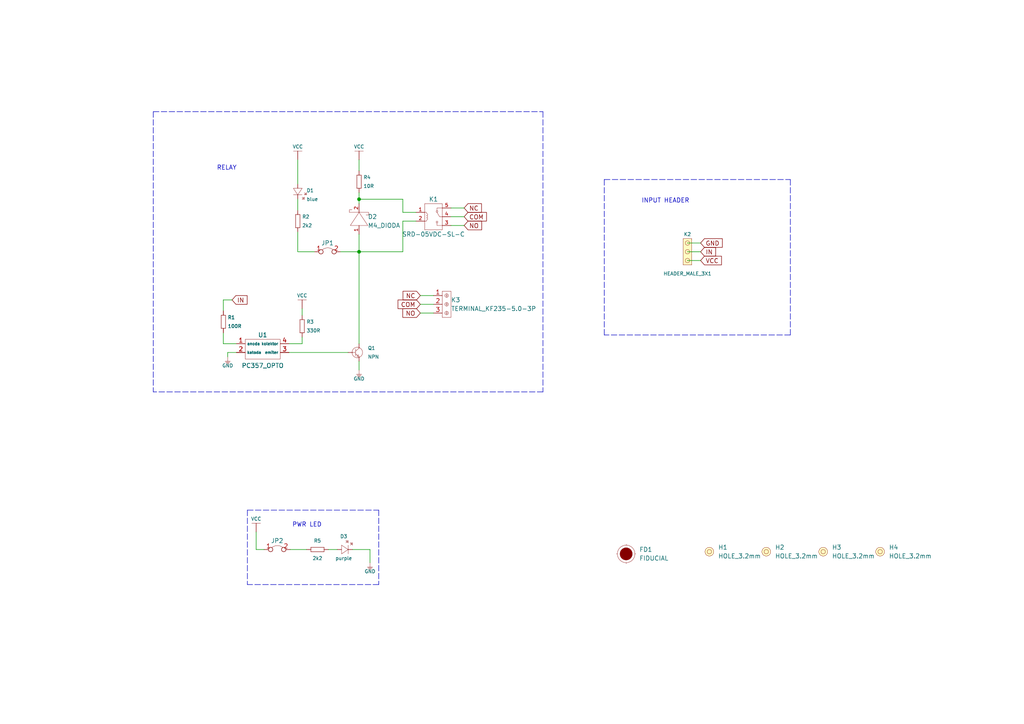
<source format=kicad_sch>
(kicad_sch (version 20211123) (generator eeschema)

  (uuid a693df8b-e501-4c31-9561-6d047d54d2df)

  (paper "A4")

  (title_block
    (title "1CH relay board")
    (date "2021-07-13")
    (rev "V1.1.1.")
    (company "SOLDERED")
    (comment 1 "333024")
  )

  (lib_symbols
    (symbol "e-radionica.com schematics:0402LED" (pin_numbers hide) (pin_names (offset 0.254) hide) (in_bom yes) (on_board yes)
      (property "Reference" "D" (id 0) (at -0.635 2.54 0)
        (effects (font (size 1 1)))
      )
      (property "Value" "0402LED" (id 1) (at 0 -2.54 0)
        (effects (font (size 1 1)))
      )
      (property "Footprint" "e-radionica.com footprinti:0402LED" (id 2) (at 0 5.08 0)
        (effects (font (size 1 1)) hide)
      )
      (property "Datasheet" "" (id 3) (at 0 0 0)
        (effects (font (size 1 1)) hide)
      )
      (property "Package" "0402" (id 4) (at 0 0 0)
        (effects (font (size 1.27 1.27)) hide)
      )
      (symbol "0402LED_0_1"
        (polyline
          (pts
            (xy -0.635 1.27)
            (xy 1.27 0)
          )
          (stroke (width 0.0006) (type default) (color 0 0 0 0))
          (fill (type none))
        )
        (polyline
          (pts
            (xy 0.635 1.905)
            (xy 1.27 2.54)
          )
          (stroke (width 0.0006) (type default) (color 0 0 0 0))
          (fill (type none))
        )
        (polyline
          (pts
            (xy 1.27 1.27)
            (xy 1.27 -1.27)
          )
          (stroke (width 0.0006) (type default) (color 0 0 0 0))
          (fill (type none))
        )
        (polyline
          (pts
            (xy 1.905 1.27)
            (xy 2.54 1.905)
          )
          (stroke (width 0.0006) (type default) (color 0 0 0 0))
          (fill (type none))
        )
        (polyline
          (pts
            (xy -0.635 1.27)
            (xy -0.635 -1.27)
            (xy 1.27 0)
          )
          (stroke (width 0.0006) (type default) (color 0 0 0 0))
          (fill (type none))
        )
        (polyline
          (pts
            (xy 1.27 2.54)
            (xy 0.635 2.54)
            (xy 1.27 1.905)
            (xy 1.27 2.54)
          )
          (stroke (width 0.0006) (type default) (color 0 0 0 0))
          (fill (type none))
        )
        (polyline
          (pts
            (xy 2.54 1.905)
            (xy 1.905 1.905)
            (xy 2.54 1.27)
            (xy 2.54 1.905)
          )
          (stroke (width 0.0006) (type default) (color 0 0 0 0))
          (fill (type none))
        )
      )
      (symbol "0402LED_1_1"
        (pin passive line (at -1.905 0 0) (length 1.27)
          (name "A" (effects (font (size 1.27 1.27))))
          (number "1" (effects (font (size 1.27 1.27))))
        )
        (pin passive line (at 2.54 0 180) (length 1.27)
          (name "K" (effects (font (size 1.27 1.27))))
          (number "2" (effects (font (size 1.27 1.27))))
        )
      )
    )
    (symbol "e-radionica.com schematics:0402R" (pin_numbers hide) (pin_names (offset 0.254)) (in_bom yes) (on_board yes)
      (property "Reference" "R" (id 0) (at -1.905 1.27 0)
        (effects (font (size 1 1)))
      )
      (property "Value" "0402R" (id 1) (at 0 -1.27 0)
        (effects (font (size 1 1)))
      )
      (property "Footprint" "e-radionica.com footprinti:0402R" (id 2) (at -2.54 1.905 0)
        (effects (font (size 1 1)) hide)
      )
      (property "Datasheet" "" (id 3) (at -2.54 1.905 0)
        (effects (font (size 1 1)) hide)
      )
      (symbol "0402R_0_1"
        (rectangle (start -1.905 -0.635) (end 1.905 -0.6604)
          (stroke (width 0.1) (type default) (color 0 0 0 0))
          (fill (type none))
        )
        (rectangle (start -1.905 0.635) (end -1.8796 -0.635)
          (stroke (width 0.1) (type default) (color 0 0 0 0))
          (fill (type none))
        )
        (rectangle (start -1.905 0.635) (end 1.905 0.6096)
          (stroke (width 0.1) (type default) (color 0 0 0 0))
          (fill (type none))
        )
        (rectangle (start 1.905 0.635) (end 1.9304 -0.635)
          (stroke (width 0.1) (type default) (color 0 0 0 0))
          (fill (type none))
        )
      )
      (symbol "0402R_1_1"
        (pin passive line (at -3.175 0 0) (length 1.27)
          (name "~" (effects (font (size 1.27 1.27))))
          (number "1" (effects (font (size 1.27 1.27))))
        )
        (pin passive line (at 3.175 0 180) (length 1.27)
          (name "~" (effects (font (size 1.27 1.27))))
          (number "2" (effects (font (size 1.27 1.27))))
        )
      )
    )
    (symbol "e-radionica.com schematics:0603R" (pin_numbers hide) (pin_names (offset 0.254)) (in_bom yes) (on_board yes)
      (property "Reference" "R" (id 0) (at -1.905 1.905 0)
        (effects (font (size 1 1)))
      )
      (property "Value" "0603R" (id 1) (at 0 -1.905 0)
        (effects (font (size 1 1)))
      )
      (property "Footprint" "e-radionica.com footprinti:0603R" (id 2) (at -0.635 1.905 0)
        (effects (font (size 1 1)) hide)
      )
      (property "Datasheet" "" (id 3) (at -0.635 1.905 0)
        (effects (font (size 1 1)) hide)
      )
      (symbol "0603R_0_1"
        (rectangle (start -1.905 -0.635) (end 1.905 -0.6604)
          (stroke (width 0.1) (type default) (color 0 0 0 0))
          (fill (type none))
        )
        (rectangle (start -1.905 0.635) (end -1.8796 -0.635)
          (stroke (width 0.1) (type default) (color 0 0 0 0))
          (fill (type none))
        )
        (rectangle (start -1.905 0.635) (end 1.905 0.6096)
          (stroke (width 0.1) (type default) (color 0 0 0 0))
          (fill (type none))
        )
        (rectangle (start 1.905 0.635) (end 1.9304 -0.635)
          (stroke (width 0.1) (type default) (color 0 0 0 0))
          (fill (type none))
        )
      )
      (symbol "0603R_1_1"
        (pin passive line (at -3.175 0 0) (length 1.27)
          (name "~" (effects (font (size 1.27 1.27))))
          (number "1" (effects (font (size 1.27 1.27))))
        )
        (pin passive line (at 3.175 0 180) (length 1.27)
          (name "~" (effects (font (size 1.27 1.27))))
          (number "2" (effects (font (size 1.27 1.27))))
        )
      )
    )
    (symbol "e-radionica.com schematics:FIDUCIAL" (in_bom yes) (on_board yes)
      (property "Reference" "FD" (id 0) (at 0 3.81 0)
        (effects (font (size 1.27 1.27)))
      )
      (property "Value" "FIDUCIAL" (id 1) (at 0 -3.81 0)
        (effects (font (size 1.27 1.27)))
      )
      (property "Footprint" "e-radionica.com footprinti:FIDUCIAL_23" (id 2) (at 0.254 -5.334 0)
        (effects (font (size 1.27 1.27)) hide)
      )
      (property "Datasheet" "" (id 3) (at 0 0 0)
        (effects (font (size 1.27 1.27)) hide)
      )
      (symbol "FIDUCIAL_0_1"
        (polyline
          (pts
            (xy -2.54 0)
            (xy -2.794 0)
          )
          (stroke (width 0.0006) (type default) (color 0 0 0 0))
          (fill (type none))
        )
        (polyline
          (pts
            (xy 0 -2.54)
            (xy 0 -2.794)
          )
          (stroke (width 0.0006) (type default) (color 0 0 0 0))
          (fill (type none))
        )
        (polyline
          (pts
            (xy 0 2.54)
            (xy 0 2.794)
          )
          (stroke (width 0.0006) (type default) (color 0 0 0 0))
          (fill (type none))
        )
        (polyline
          (pts
            (xy 2.54 0)
            (xy 2.794 0)
          )
          (stroke (width 0.0006) (type default) (color 0 0 0 0))
          (fill (type none))
        )
        (circle (center 0 0) (radius 1.7961)
          (stroke (width 0.001) (type default) (color 0 0 0 0))
          (fill (type outline))
        )
        (circle (center 0 0) (radius 2.54)
          (stroke (width 0.0006) (type default) (color 0 0 0 0))
          (fill (type none))
        )
      )
    )
    (symbol "e-radionica.com schematics:GND" (power) (pin_names (offset 0)) (in_bom yes) (on_board yes)
      (property "Reference" "#PWR" (id 0) (at 4.445 0 0)
        (effects (font (size 1 1)) hide)
      )
      (property "Value" "GND" (id 1) (at 0 -2.921 0)
        (effects (font (size 1 1)))
      )
      (property "Footprint" "" (id 2) (at 4.445 3.81 0)
        (effects (font (size 1 1)) hide)
      )
      (property "Datasheet" "" (id 3) (at 4.445 3.81 0)
        (effects (font (size 1 1)) hide)
      )
      (property "ki_keywords" "power-flag" (id 4) (at 0 0 0)
        (effects (font (size 1.27 1.27)) hide)
      )
      (property "ki_description" "Power symbol creates a global label with name \"+3V3\"" (id 5) (at 0 0 0)
        (effects (font (size 1.27 1.27)) hide)
      )
      (symbol "GND_0_1"
        (polyline
          (pts
            (xy -0.762 -1.27)
            (xy 0.762 -1.27)
          )
          (stroke (width 0.0006) (type default) (color 0 0 0 0))
          (fill (type none))
        )
        (polyline
          (pts
            (xy -0.635 -1.524)
            (xy 0.635 -1.524)
          )
          (stroke (width 0.0006) (type default) (color 0 0 0 0))
          (fill (type none))
        )
        (polyline
          (pts
            (xy -0.381 -1.778)
            (xy 0.381 -1.778)
          )
          (stroke (width 0.0006) (type default) (color 0 0 0 0))
          (fill (type none))
        )
        (polyline
          (pts
            (xy -0.127 -2.032)
            (xy 0.127 -2.032)
          )
          (stroke (width 0.0006) (type default) (color 0 0 0 0))
          (fill (type none))
        )
        (polyline
          (pts
            (xy 0 0)
            (xy 0 -1.27)
          )
          (stroke (width 0.0006) (type default) (color 0 0 0 0))
          (fill (type none))
        )
      )
      (symbol "GND_1_1"
        (pin power_in line (at 0 0 270) (length 0) hide
          (name "GND" (effects (font (size 1.27 1.27))))
          (number "1" (effects (font (size 1.27 1.27))))
        )
      )
    )
    (symbol "e-radionica.com schematics:HEADER_MALE_3X1" (pin_numbers hide) (pin_names hide) (in_bom yes) (on_board yes)
      (property "Reference" "K" (id 0) (at -0.635 5.08 0)
        (effects (font (size 1 1)))
      )
      (property "Value" "HEADER_MALE_3X1" (id 1) (at 0 -5.08 0)
        (effects (font (size 1 1)))
      )
      (property "Footprint" "e-radionica.com footprinti:HEADER_MALE_3X1" (id 2) (at 0 -2.54 0)
        (effects (font (size 1 1)) hide)
      )
      (property "Datasheet" "" (id 3) (at 0 -2.54 0)
        (effects (font (size 1 1)) hide)
      )
      (symbol "HEADER_MALE_3X1_0_1"
        (circle (center 0 -2.54) (radius 0.635)
          (stroke (width 0.0006) (type default) (color 0 0 0 0))
          (fill (type none))
        )
        (circle (center 0 0) (radius 0.635)
          (stroke (width 0.0006) (type default) (color 0 0 0 0))
          (fill (type none))
        )
        (circle (center 0 2.54) (radius 0.635)
          (stroke (width 0.0006) (type default) (color 0 0 0 0))
          (fill (type none))
        )
        (rectangle (start 1.27 -3.81) (end -1.27 3.81)
          (stroke (width 0.001) (type default) (color 0 0 0 0))
          (fill (type background))
        )
      )
      (symbol "HEADER_MALE_3X1_1_1"
        (pin passive line (at 0 -2.54 180) (length 0)
          (name "~" (effects (font (size 1 1))))
          (number "1" (effects (font (size 1 1))))
        )
        (pin passive line (at 0 0 180) (length 0)
          (name "~" (effects (font (size 1 1))))
          (number "2" (effects (font (size 1 1))))
        )
        (pin passive line (at 0 2.54 180) (length 0)
          (name "~" (effects (font (size 1 1))))
          (number "3" (effects (font (size 1 1))))
        )
      )
    )
    (symbol "e-radionica.com schematics:HOLE_3.2mm" (pin_numbers hide) (pin_names hide) (in_bom yes) (on_board yes)
      (property "Reference" "H" (id 0) (at 0 2.54 0)
        (effects (font (size 1.27 1.27)))
      )
      (property "Value" "HOLE_3.2mm" (id 1) (at 0 -2.54 0)
        (effects (font (size 1.27 1.27)))
      )
      (property "Footprint" "e-radionica.com footprinti:HOLE_3.2mm" (id 2) (at 0 0 0)
        (effects (font (size 1.27 1.27)) hide)
      )
      (property "Datasheet" "" (id 3) (at 0 0 0)
        (effects (font (size 1.27 1.27)) hide)
      )
      (symbol "HOLE_3.2mm_0_1"
        (circle (center 0 0) (radius 0.635)
          (stroke (width 0.0006) (type default) (color 0 0 0 0))
          (fill (type none))
        )
        (circle (center 0 0) (radius 1.27)
          (stroke (width 0.001) (type default) (color 0 0 0 0))
          (fill (type background))
        )
      )
    )
    (symbol "e-radionica.com schematics:M4_DIODA" (pin_names hide) (in_bom yes) (on_board yes)
      (property "Reference" "D" (id 0) (at 0 3.81 0)
        (effects (font (size 1.27 1.27)))
      )
      (property "Value" "M4_DIODA" (id 1) (at 0 -4.572 0)
        (effects (font (size 1.27 1.27)))
      )
      (property "Footprint" "e-radionica.com footprinti:M4_DIODA" (id 2) (at 0 -6.35 0)
        (effects (font (size 1.27 1.27)) hide)
      )
      (property "Datasheet" "" (id 3) (at 0 0 0)
        (effects (font (size 1.27 1.27)) hide)
      )
      (symbol "M4_DIODA_0_1"
        (polyline
          (pts
            (xy -2.54 2.54)
            (xy -2.54 -2.54)
            (xy 1.27 0)
            (xy -2.54 2.54)
          )
          (stroke (width 0.0006) (type default) (color 0 0 0 0))
          (fill (type none))
        )
        (polyline
          (pts
            (xy 1.27 2.794)
            (xy 1.27 -2.794)
            (xy 0.508 -2.794)
            (xy 0.508 -2.032)
          )
          (stroke (width 0.0006) (type default) (color 0 0 0 0))
          (fill (type none))
        )
        (polyline
          (pts
            (xy 1.27 2.794)
            (xy 2.032 2.794)
            (xy 2.032 2.032)
            (xy 2.032 2.54)
          )
          (stroke (width 0.0006) (type default) (color 0 0 0 0))
          (fill (type none))
        )
      )
      (symbol "M4_DIODA_1_1"
        (pin passive line (at -5.08 0 0) (length 2.54)
          (name "A" (effects (font (size 1 1))))
          (number "1" (effects (font (size 1 1))))
        )
        (pin passive line (at 3.81 0 180) (length 2.54)
          (name "K" (effects (font (size 1 1))))
          (number "2" (effects (font (size 1 1))))
        )
      )
    )
    (symbol "e-radionica.com schematics:NPN-SOT-23-3" (pin_numbers hide) (pin_names hide) (in_bom yes) (on_board yes)
      (property "Reference" "Q" (id 0) (at -2.286 2.921 0)
        (effects (font (size 1 1)))
      )
      (property "Value" "NPN-SOT-23-3" (id 1) (at 0 -3.81 0)
        (effects (font (size 1 1)))
      )
      (property "Footprint" "e-radionica.com footprinti:SOT-23-3" (id 2) (at 0 0 0)
        (effects (font (size 1 1)) hide)
      )
      (property "Datasheet" "" (id 3) (at 0 0 0)
        (effects (font (size 1 1)) hide)
      )
      (symbol "NPN-SOT-23-3_0_1"
        (circle (center -0.508 0) (radius 1.524)
          (stroke (width 0.0006) (type default) (color 0 0 0 0))
          (fill (type none))
        )
        (polyline
          (pts
            (xy -2.032 0)
            (xy -1.016 0)
          )
          (stroke (width 0.0006) (type default) (color 0 0 0 0))
          (fill (type none))
        )
        (polyline
          (pts
            (xy -1.016 -0.381)
            (xy -0.4064 -0.9144)
          )
          (stroke (width 0.1) (type default) (color 0 0 0 0))
          (fill (type none))
        )
        (polyline
          (pts
            (xy -1.016 0.381)
            (xy 0 1.27)
          )
          (stroke (width 0.0006) (type default) (color 0 0 0 0))
          (fill (type none))
        )
        (polyline
          (pts
            (xy -1.016 1.016)
            (xy -1.016 -1.016)
          )
          (stroke (width 0.0006) (type default) (color 0 0 0 0))
          (fill (type none))
        )
        (polyline
          (pts
            (xy -0.6096 -1.1684)
            (xy -0.2032 -0.6604)
            (xy 0 -1.27)
            (xy -0.6096 -1.1684)
          )
          (stroke (width 0.0006) (type default) (color 0 0 0 0))
          (fill (type none))
        )
      )
      (symbol "NPN-SOT-23-3_1_1"
        (pin passive line (at -3.175 0 0) (length 1.27)
          (name "B" (effects (font (size 1 1))))
          (number "1" (effects (font (size 1 1))))
        )
        (pin passive line (at 0 -2.54 90) (length 1.27)
          (name "E" (effects (font (size 1 1))))
          (number "2" (effects (font (size 1 1))))
        )
        (pin passive line (at 0 2.54 270) (length 1.27)
          (name "C" (effects (font (size 1 1))))
          (number "3" (effects (font (size 1 1))))
        )
      )
    )
    (symbol "e-radionica.com schematics:PC357_OPTO" (in_bom yes) (on_board yes)
      (property "Reference" "U" (id 0) (at 0 5.08 0)
        (effects (font (size 1.27 1.27)))
      )
      (property "Value" "PC357_OPTO" (id 1) (at 0 -5.08 0)
        (effects (font (size 1.27 1.27)))
      )
      (property "Footprint" "e-radionica.com footprinti:PC357_OPTO" (id 2) (at 0 0 0)
        (effects (font (size 1.27 1.27)) hide)
      )
      (property "Datasheet" "" (id 3) (at 0 0 0)
        (effects (font (size 1.27 1.27)) hide)
      )
      (symbol "PC357_OPTO_0_1"
        (rectangle (start -5.08 2.54) (end 5.08 -3.175)
          (stroke (width 0.0006) (type default) (color 0 0 0 0))
          (fill (type none))
        )
      )
      (symbol "PC357_OPTO_1_1"
        (pin passive line (at -7.62 1.27 0) (length 2.54)
          (name "anoda" (effects (font (size 0.8 0.8))))
          (number "1" (effects (font (size 1.27 1.27))))
        )
        (pin passive line (at -7.62 -1.27 0) (length 2.54)
          (name "katoda" (effects (font (size 0.8 0.8))))
          (number "2" (effects (font (size 1.27 1.27))))
        )
        (pin passive line (at 7.62 -1.27 180) (length 2.54)
          (name "emiter" (effects (font (size 0.8 0.8))))
          (number "3" (effects (font (size 1.27 1.27))))
        )
        (pin passive line (at 7.62 1.27 180) (length 2.54)
          (name "kolektor" (effects (font (size 0.8 0.8))))
          (number "4" (effects (font (size 1.27 1.27))))
        )
      )
    )
    (symbol "e-radionica.com schematics:SMD-JUMPER-CONNECTED_TRACE_SLODERMASK" (in_bom yes) (on_board yes)
      (property "Reference" "JP" (id 0) (at 0 3.556 0)
        (effects (font (size 1.27 1.27)))
      )
      (property "Value" "SMD-JUMPER-CONNECTED_TRACE_SLODERMASK" (id 1) (at 0 -2.54 0)
        (effects (font (size 1.27 1.27)))
      )
      (property "Footprint" "e-radionica.com footprinti:SMD-JUMPER-CONNECTED_TRACE_SLODERMASK" (id 2) (at 0 -5.715 0)
        (effects (font (size 1.27 1.27)) hide)
      )
      (property "Datasheet" "" (id 3) (at 0 0 0)
        (effects (font (size 1.27 1.27)) hide)
      )
      (symbol "SMD-JUMPER-CONNECTED_TRACE_SLODERMASK_0_1"
        (arc (start 1.397 0.5842) (mid -0.2077 1.1365) (end -1.8034 0.5588)
          (stroke (width 0.0006) (type default) (color 0 0 0 0))
          (fill (type none))
        )
      )
      (symbol "SMD-JUMPER-CONNECTED_TRACE_SLODERMASK_1_1"
        (pin passive inverted (at -4.064 0 0) (length 2.54)
          (name "" (effects (font (size 1.27 1.27))))
          (number "1" (effects (font (size 1.27 1.27))))
        )
        (pin passive inverted (at 3.556 0 180) (length 2.54)
          (name "" (effects (font (size 1.27 1.27))))
          (number "2" (effects (font (size 1.27 1.27))))
        )
      )
    )
    (symbol "e-radionica.com schematics:SRD_RELAY_5V" (in_bom yes) (on_board yes)
      (property "Reference" "K" (id 0) (at 0 3.81 0)
        (effects (font (size 1.27 1.27)))
      )
      (property "Value" "SRD_RELAY_5V" (id 1) (at 0 -6.35 0)
        (effects (font (size 1.27 1.27)))
      )
      (property "Footprint" "e-radionica.com footprinti:SRD_RELAY_5V" (id 2) (at 1.27 -8.89 0)
        (effects (font (size 1.27 1.27)) hide)
      )
      (property "Datasheet" "" (id 3) (at 0 0 0)
        (effects (font (size 1.27 1.27)) hide)
      )
      (symbol "SRD_RELAY_5V_0_1"
        (arc (start -1.9929 -0.9525) (mid -1.7121 -0.635) (end -1.9929 -0.3175)
          (stroke (width 0.0006) (type default) (color 0 0 0 0))
          (fill (type none))
        )
        (arc (start -1.9929 -0.3175) (mid -1.7121 0) (end -1.9929 0.3175)
          (stroke (width 0.0006) (type default) (color 0 0 0 0))
          (fill (type none))
        )
        (arc (start -1.9929 0.3175) (mid -1.7121 0.635) (end -1.9929 0.9525)
          (stroke (width 0.0006) (type default) (color 0 0 0 0))
          (fill (type none))
        )
        (polyline
          (pts
            (xy -2.54 -1.27)
            (xy -2.032 -1.27)
            (xy -2.032 -1.016)
          )
          (stroke (width 0.0006) (type default) (color 0 0 0 0))
          (fill (type none))
        )
        (polyline
          (pts
            (xy -2.54 1.27)
            (xy -2.032 1.27)
            (xy -2.032 1.016)
          )
          (stroke (width 0.0006) (type default) (color 0 0 0 0))
          (fill (type none))
        )
        (polyline
          (pts
            (xy 2.54 0)
            (xy 1.778 0)
            (xy 1.016 1.27)
          )
          (stroke (width 0.0006) (type default) (color 0 0 0 0))
          (fill (type none))
        )
        (polyline
          (pts
            (xy 2.54 2.54)
            (xy 1.016 2.54)
            (xy 1.016 1.778)
          )
          (stroke (width 0.0006) (type default) (color 0 0 0 0))
          (fill (type none))
        )
        (polyline
          (pts
            (xy 2.54 -2.54)
            (xy 2.032 -2.54)
            (xy 1.016 -2.54)
            (xy 1.016 -1.778)
          )
          (stroke (width 0.0006) (type default) (color 0 0 0 0))
          (fill (type none))
        )
        (circle (center 1.016 -1.524) (radius 0.254)
          (stroke (width 0.0008) (type default) (color 0 0 0 0))
          (fill (type none))
        )
        (circle (center 1.016 1.524) (radius 0.254)
          (stroke (width 0.0006) (type default) (color 0 0 0 0))
          (fill (type none))
        )
        (rectangle (start 2.54 3.81) (end -2.54 -3.81)
          (stroke (width 0.0006) (type default) (color 0 0 0 0))
          (fill (type none))
        )
      )
      (symbol "SRD_RELAY_5V_1_1"
        (pin passive line (at -5.08 1.27 0) (length 2.54)
          (name "" (effects (font (size 1 1))))
          (number "1" (effects (font (size 1 1))))
        )
        (pin passive line (at -5.08 -1.27 0) (length 2.54)
          (name "" (effects (font (size 1 1))))
          (number "2" (effects (font (size 1 1))))
        )
        (pin passive line (at 5.08 -2.54 180) (length 2.54)
          (name "" (effects (font (size 1 1))))
          (number "3" (effects (font (size 1 1))))
        )
        (pin passive line (at 5.08 0 180) (length 2.54)
          (name "" (effects (font (size 1 1))))
          (number "4" (effects (font (size 1 1))))
        )
        (pin passive line (at 5.08 2.54 180) (length 2.54)
          (name "" (effects (font (size 1 1))))
          (number "5" (effects (font (size 1 1))))
        )
      )
    )
    (symbol "e-radionica.com schematics:TERMINAL_KF235-5.0-3P" (in_bom yes) (on_board yes)
      (property "Reference" "K" (id 0) (at 0 5.08 0)
        (effects (font (size 1.27 1.27)))
      )
      (property "Value" "TERMINAL_KF235-5.0-3P" (id 1) (at 0 -5.08 0)
        (effects (font (size 1.27 1.27)))
      )
      (property "Footprint" "e-radionica.com footprinti:TERMINAL_KF235-5.0-3P" (id 2) (at 0 -7.62 0)
        (effects (font (size 1.27 1.27)) hide)
      )
      (property "Datasheet" "" (id 3) (at 0 0 0)
        (effects (font (size 1.27 1.27)) hide)
      )
      (symbol "TERMINAL_KF235-5.0-3P_0_1"
        (rectangle (start -1.27 3.81) (end 1.27 -3.81)
          (stroke (width 0.0006) (type default) (color 0 0 0 0))
          (fill (type none))
        )
        (circle (center 0 -2.54) (radius 0.508)
          (stroke (width 0.0006) (type default) (color 0 0 0 0))
          (fill (type none))
        )
        (polyline
          (pts
            (xy -0.254 -2.54)
            (xy 0.254 -2.54)
          )
          (stroke (width 0.0006) (type default) (color 0 0 0 0))
          (fill (type none))
        )
        (polyline
          (pts
            (xy -0.254 0)
            (xy 0.254 0)
          )
          (stroke (width 0.0006) (type default) (color 0 0 0 0))
          (fill (type none))
        )
        (polyline
          (pts
            (xy -0.254 2.54)
            (xy 0.254 2.54)
          )
          (stroke (width 0.0006) (type default) (color 0 0 0 0))
          (fill (type none))
        )
        (polyline
          (pts
            (xy 0 -2.032)
            (xy 0 -3.048)
          )
          (stroke (width 0.0006) (type default) (color 0 0 0 0))
          (fill (type none))
        )
        (polyline
          (pts
            (xy 0 0.508)
            (xy 0 -0.508)
          )
          (stroke (width 0.0006) (type default) (color 0 0 0 0))
          (fill (type none))
        )
        (polyline
          (pts
            (xy 0 3.048)
            (xy 0 2.032)
          )
          (stroke (width 0.0006) (type default) (color 0 0 0 0))
          (fill (type none))
        )
        (circle (center 0 0) (radius 0.508)
          (stroke (width 0.0006) (type default) (color 0 0 0 0))
          (fill (type none))
        )
        (circle (center 0 2.54) (radius 0.508)
          (stroke (width 0.0006) (type default) (color 0 0 0 0))
          (fill (type none))
        )
      )
      (symbol "TERMINAL_KF235-5.0-3P_1_1"
        (pin input line (at -3.81 2.54 0) (length 2.54)
          (name "~" (effects (font (size 1.27 1.27))))
          (number "1" (effects (font (size 1.27 1.27))))
        )
        (pin input line (at -3.81 0 0) (length 2.54)
          (name "~" (effects (font (size 1.27 1.27))))
          (number "2" (effects (font (size 1.27 1.27))))
        )
        (pin input line (at -3.81 -2.54 0) (length 2.54)
          (name "~" (effects (font (size 1.27 1.27))))
          (number "3" (effects (font (size 1.27 1.27))))
        )
      )
    )
    (symbol "e-radionica.com schematics:VCC" (power) (pin_names (offset 0)) (in_bom yes) (on_board yes)
      (property "Reference" "#PWR" (id 0) (at 4.445 0 0)
        (effects (font (size 1 1)) hide)
      )
      (property "Value" "VCC" (id 1) (at 0 3.556 0)
        (effects (font (size 1 1)))
      )
      (property "Footprint" "" (id 2) (at 4.445 3.81 0)
        (effects (font (size 1 1)) hide)
      )
      (property "Datasheet" "" (id 3) (at 4.445 3.81 0)
        (effects (font (size 1 1)) hide)
      )
      (property "ki_keywords" "power-flag" (id 4) (at 0 0 0)
        (effects (font (size 1.27 1.27)) hide)
      )
      (property "ki_description" "Power symbol creates a global label with name \"+3V3\"" (id 5) (at 0 0 0)
        (effects (font (size 1.27 1.27)) hide)
      )
      (symbol "VCC_0_1"
        (polyline
          (pts
            (xy -1.27 2.54)
            (xy 1.27 2.54)
          )
          (stroke (width 0.0006) (type default) (color 0 0 0 0))
          (fill (type none))
        )
        (polyline
          (pts
            (xy 0 0)
            (xy 0 2.54)
          )
          (stroke (width 0) (type default) (color 0 0 0 0))
          (fill (type none))
        )
      )
      (symbol "VCC_1_1"
        (pin power_in line (at 0 0 90) (length 0) hide
          (name "VCC" (effects (font (size 1.27 1.27))))
          (number "1" (effects (font (size 1.27 1.27))))
        )
      )
    )
  )

  (junction (at 104.14 57.785) (diameter 0.9144) (color 0 0 0 0)
    (uuid 6595b9c7-02ee-4647-bde5-6b566e35163e)
  )
  (junction (at 104.14 73.025) (diameter 0.9144) (color 0 0 0 0)
    (uuid b7199d9b-bebb-4100-9ad3-c2bd31e21d65)
  )

  (wire (pts (xy 86.36 67.31) (xy 86.36 73.025))
    (stroke (width 0) (type solid) (color 0 0 0 0))
    (uuid 0cbd5d30-8c88-4646-8c6c-2da8989e7226)
  )
  (wire (pts (xy 86.36 73.025) (xy 91.186 73.025))
    (stroke (width 0) (type solid) (color 0 0 0 0))
    (uuid 0cbd5d30-8c88-4646-8c6c-2da8989e7227)
  )
  (wire (pts (xy 64.77 99.695) (xy 64.77 96.52))
    (stroke (width 0) (type solid) (color 0 0 0 0))
    (uuid 0fb098a2-5760-43b9-a56f-8eeb4aa42885)
  )
  (wire (pts (xy 68.58 99.695) (xy 64.77 99.695))
    (stroke (width 0) (type solid) (color 0 0 0 0))
    (uuid 0fb098a2-5760-43b9-a56f-8eeb4aa42886)
  )
  (wire (pts (xy 87.63 89.535) (xy 87.63 91.44))
    (stroke (width 0) (type solid) (color 0 0 0 0))
    (uuid 1f2e185f-3f62-43f6-8432-8792c317fe53)
  )
  (wire (pts (xy 107.315 159.385) (xy 107.315 163.195))
    (stroke (width 0) (type solid) (color 0 0 0 0))
    (uuid 2deff162-2374-4154-a5d5-a8543762ec5a)
  )
  (wire (pts (xy 104.14 104.775) (xy 104.14 107.315))
    (stroke (width 0) (type solid) (color 0 0 0 0))
    (uuid 35e2de16-f845-478b-931e-a3ca4a6b36ce)
  )
  (wire (pts (xy 121.92 90.805) (xy 125.73 90.805))
    (stroke (width 0) (type solid) (color 0 0 0 0))
    (uuid 381ba1b0-5ba3-4763-a674-6348a6fefdb7)
  )
  (polyline (pts (xy 109.855 147.955) (xy 109.855 169.545))
    (stroke (width 0) (type dash) (color 0 0 0 0))
    (uuid 3e717e92-4ae2-4d55-8714-7fccde2abfa8)
  )

  (wire (pts (xy 199.39 73.025) (xy 203.2 73.025))
    (stroke (width 0) (type solid) (color 0 0 0 0))
    (uuid 3fe4a0cd-4a47-46a8-8038-2c18329921c3)
  )
  (wire (pts (xy 121.92 88.265) (xy 125.73 88.265))
    (stroke (width 0) (type solid) (color 0 0 0 0))
    (uuid 411026b2-f2df-4105-ab6a-a00bea366630)
  )
  (wire (pts (xy 199.39 75.565) (xy 203.2 75.565))
    (stroke (width 0) (type solid) (color 0 0 0 0))
    (uuid 46ef5fb3-af41-4d9c-bf9c-43569f08ea3a)
  )
  (wire (pts (xy 104.14 73.025) (xy 104.14 99.695))
    (stroke (width 0) (type solid) (color 0 0 0 0))
    (uuid 6192cbbb-76ec-478a-8c8b-e7f8172bfe65)
  )
  (wire (pts (xy 121.92 85.725) (xy 125.73 85.725))
    (stroke (width 0) (type solid) (color 0 0 0 0))
    (uuid 66a6bc96-9d14-4e7e-8e6b-84ab0e24eacd)
  )
  (wire (pts (xy 130.81 60.325) (xy 134.62 60.325))
    (stroke (width 0) (type solid) (color 0 0 0 0))
    (uuid 7714fb1c-1daf-4efd-9b66-1478ec926cbc)
  )
  (wire (pts (xy 130.81 65.405) (xy 134.62 65.405))
    (stroke (width 0) (type solid) (color 0 0 0 0))
    (uuid 7778eac1-6905-4f27-8ad8-b7861c64c2af)
  )
  (wire (pts (xy 130.81 62.865) (xy 134.62 62.865))
    (stroke (width 0) (type solid) (color 0 0 0 0))
    (uuid 870ffe50-76ed-4289-adc5-4c2938c05cb0)
  )
  (wire (pts (xy 95.25 159.385) (xy 97.79 159.385))
    (stroke (width 0) (type solid) (color 0 0 0 0))
    (uuid 87e15f9a-cb58-4350-8b0f-ecee5e7ce4ee)
  )
  (polyline (pts (xy 44.45 32.385) (xy 44.45 113.665))
    (stroke (width 0) (type dash) (color 0 0 0 0))
    (uuid 97a3c8ba-3f73-4c76-a56b-ad50e120c860)
  )
  (polyline (pts (xy 44.45 32.385) (xy 157.48 32.385))
    (stroke (width 0) (type dash) (color 0 0 0 0))
    (uuid 97a3c8ba-3f73-4c76-a56b-ad50e120c861)
  )
  (polyline (pts (xy 157.48 32.385) (xy 157.48 113.665))
    (stroke (width 0) (type dash) (color 0 0 0 0))
    (uuid 97a3c8ba-3f73-4c76-a56b-ad50e120c862)
  )
  (polyline (pts (xy 157.48 113.665) (xy 44.45 113.665))
    (stroke (width 0) (type dash) (color 0 0 0 0))
    (uuid 97a3c8ba-3f73-4c76-a56b-ad50e120c863)
  )

  (wire (pts (xy 86.36 57.785) (xy 86.36 60.96))
    (stroke (width 0) (type solid) (color 0 0 0 0))
    (uuid 989d7a7a-c4b4-4155-9c0c-f1dd52677011)
  )
  (wire (pts (xy 86.36 46.355) (xy 86.36 53.34))
    (stroke (width 0) (type solid) (color 0 0 0 0))
    (uuid 99c57d23-9e09-4427-ac30-7cd8ccb71ebe)
  )
  (wire (pts (xy 98.806 73.025) (xy 104.14 73.025))
    (stroke (width 0) (type solid) (color 0 0 0 0))
    (uuid 9febe81f-a347-45ad-9369-50484df975b4)
  )
  (wire (pts (xy 104.14 73.025) (xy 104.14 67.945))
    (stroke (width 0) (type solid) (color 0 0 0 0))
    (uuid 9febe81f-a347-45ad-9369-50484df975b5)
  )
  (polyline (pts (xy 71.755 147.955) (xy 109.855 147.955))
    (stroke (width 0) (type dash) (color 0 0 0 0))
    (uuid a0a60d65-6f61-49ec-baaf-501f5490e2dd)
  )

  (wire (pts (xy 84.201 159.385) (xy 88.9 159.385))
    (stroke (width 0) (type solid) (color 0 0 0 0))
    (uuid a9ab6716-9aa8-4ab9-ab44-56cd1c75a5d5)
  )
  (wire (pts (xy 104.14 57.785) (xy 116.84 57.785))
    (stroke (width 0) (type solid) (color 0 0 0 0))
    (uuid b77d8f18-46d3-4dad-a393-6576aa6696ba)
  )
  (wire (pts (xy 116.84 61.595) (xy 116.84 57.785))
    (stroke (width 0) (type solid) (color 0 0 0 0))
    (uuid b77d8f18-46d3-4dad-a393-6576aa6696bb)
  )
  (wire (pts (xy 120.65 61.595) (xy 116.84 61.595))
    (stroke (width 0) (type solid) (color 0 0 0 0))
    (uuid b77d8f18-46d3-4dad-a393-6576aa6696bc)
  )
  (polyline (pts (xy 175.26 52.07) (xy 175.26 97.155))
    (stroke (width 0) (type dash) (color 0 0 0 0))
    (uuid ba53e34b-d8bb-4f8d-8b7f-4f77642525ed)
  )
  (polyline (pts (xy 175.26 52.07) (xy 229.235 52.07))
    (stroke (width 0) (type dash) (color 0 0 0 0))
    (uuid ba53e34b-d8bb-4f8d-8b7f-4f77642525ee)
  )
  (polyline (pts (xy 229.235 52.07) (xy 229.235 97.155))
    (stroke (width 0) (type dash) (color 0 0 0 0))
    (uuid ba53e34b-d8bb-4f8d-8b7f-4f77642525ef)
  )
  (polyline (pts (xy 229.235 97.155) (xy 175.26 97.155))
    (stroke (width 0) (type dash) (color 0 0 0 0))
    (uuid ba53e34b-d8bb-4f8d-8b7f-4f77642525f0)
  )
  (polyline (pts (xy 71.755 147.955) (xy 71.755 169.545))
    (stroke (width 0) (type dash) (color 0 0 0 0))
    (uuid c1e9a208-8843-4418-95c5-04aeb1574d7e)
  )

  (wire (pts (xy 83.82 102.235) (xy 100.965 102.235))
    (stroke (width 0) (type solid) (color 0 0 0 0))
    (uuid c47f72e9-9662-4f6b-8afe-03d5dbe09fdc)
  )
  (wire (pts (xy 104.14 46.355) (xy 104.14 49.53))
    (stroke (width 0) (type solid) (color 0 0 0 0))
    (uuid ccdfd5a6-83f9-464c-a52d-4de97ee208d2)
  )
  (wire (pts (xy 83.82 99.695) (xy 87.63 99.695))
    (stroke (width 0) (type solid) (color 0 0 0 0))
    (uuid d647757f-9ce3-480f-8ee3-cd4bbe61c352)
  )
  (wire (pts (xy 87.63 97.79) (xy 87.63 99.695))
    (stroke (width 0) (type solid) (color 0 0 0 0))
    (uuid d647757f-9ce3-480f-8ee3-cd4bbe61c353)
  )
  (wire (pts (xy 74.295 159.385) (xy 74.295 154.305))
    (stroke (width 0) (type solid) (color 0 0 0 0))
    (uuid d822fdd5-96a4-423d-a559-3ff1bba6c360)
  )
  (wire (pts (xy 199.39 70.485) (xy 203.2 70.485))
    (stroke (width 0) (type solid) (color 0 0 0 0))
    (uuid dd61d72f-1249-4251-841d-3c63ff99045e)
  )
  (wire (pts (xy 102.235 159.385) (xy 107.315 159.385))
    (stroke (width 0) (type solid) (color 0 0 0 0))
    (uuid df6f7f26-f30c-4031-ba9d-f16a2acaa96e)
  )
  (wire (pts (xy 104.14 55.88) (xy 104.14 57.785))
    (stroke (width 0) (type solid) (color 0 0 0 0))
    (uuid e0827968-067d-492c-be10-9f6fa1ca4389)
  )
  (wire (pts (xy 104.14 57.785) (xy 104.14 59.055))
    (stroke (width 0) (type solid) (color 0 0 0 0))
    (uuid e0827968-067d-492c-be10-9f6fa1ca438a)
  )
  (polyline (pts (xy 109.855 169.545) (xy 71.755 169.545))
    (stroke (width 0) (type dash) (color 0 0 0 0))
    (uuid e9aa8d13-ab43-4244-ab71-8390955ead53)
  )

  (wire (pts (xy 66.04 102.235) (xy 66.04 103.505))
    (stroke (width 0) (type solid) (color 0 0 0 0))
    (uuid f096cda1-7304-4fb1-9934-2069567227dd)
  )
  (wire (pts (xy 68.58 102.235) (xy 66.04 102.235))
    (stroke (width 0) (type solid) (color 0 0 0 0))
    (uuid f096cda1-7304-4fb1-9934-2069567227de)
  )
  (wire (pts (xy 64.77 86.995) (xy 67.31 86.995))
    (stroke (width 0) (type solid) (color 0 0 0 0))
    (uuid f216fa0c-0c46-410b-a73e-7769d541a9f6)
  )
  (wire (pts (xy 64.77 90.17) (xy 64.77 86.995))
    (stroke (width 0) (type solid) (color 0 0 0 0))
    (uuid f216fa0c-0c46-410b-a73e-7769d541a9f7)
  )
  (wire (pts (xy 76.581 159.385) (xy 74.295 159.385))
    (stroke (width 0) (type solid) (color 0 0 0 0))
    (uuid f6127c1e-9140-40f5-8d17-4912ce4a87ec)
  )
  (wire (pts (xy 104.14 73.025) (xy 116.84 73.025))
    (stroke (width 0) (type solid) (color 0 0 0 0))
    (uuid fcff2fec-e091-4240-a1cd-f40922024c8b)
  )
  (wire (pts (xy 116.84 64.135) (xy 116.84 73.025))
    (stroke (width 0) (type solid) (color 0 0 0 0))
    (uuid fcff2fec-e091-4240-a1cd-f40922024c8c)
  )
  (wire (pts (xy 120.65 64.135) (xy 116.84 64.135))
    (stroke (width 0) (type solid) (color 0 0 0 0))
    (uuid fcff2fec-e091-4240-a1cd-f40922024c8d)
  )

  (text "PWR LED" (at 93.345 153.035 180)
    (effects (font (size 1.27 1.27)) (justify right bottom))
    (uuid 03315b7b-fc0f-4f76-a4cb-453eeeb95e84)
  )
  (text "INPUT HEADER" (at 186.055 59.055 0)
    (effects (font (size 1.27 1.27)) (justify left bottom))
    (uuid 5972f81c-5272-4707-aab2-30f51a92f90f)
  )
  (text "RELAY" (at 62.865 49.53 0)
    (effects (font (size 1.27 1.27)) (justify left bottom))
    (uuid e487b237-7a67-4ffe-9bb9-8dbeed122bda)
  )

  (global_label "COM" (shape input) (at 134.62 62.865 0)
    (effects (font (size 1.27 1.27)) (justify left))
    (uuid 1ddc7bb6-4e3e-48de-b00b-3eb42e18f40a)
    (property "Intersheet References" "${INTERSHEET_REFS}" (id 0) (at 142.609 62.9444 0)
      (effects (font (size 1.27 1.27)) (justify left) hide)
    )
  )
  (global_label "IN" (shape input) (at 203.2 73.025 0)
    (effects (font (size 1.27 1.27)) (justify left))
    (uuid 3793ff84-1e8d-4436-8b6d-ee4e142153b8)
    (property "Intersheet References" "${INTERSHEET_REFS}" (id 0) (at 209.0723 72.9456 0)
      (effects (font (size 1.27 1.27)) (justify left) hide)
    )
  )
  (global_label "NC" (shape input) (at 134.62 60.325 0)
    (effects (font (size 1.27 1.27)) (justify left))
    (uuid 4d38bc80-63be-403a-aab8-5647046415fa)
    (property "Intersheet References" "${INTERSHEET_REFS}" (id 0) (at 141.1576 60.2456 0)
      (effects (font (size 1.27 1.27)) (justify left) hide)
    )
  )
  (global_label "GND" (shape input) (at 203.2 70.485 0)
    (effects (font (size 1.27 1.27)) (justify left))
    (uuid 542a208d-e3d4-4115-b28e-f395b9b18d8f)
    (property "Intersheet References" "${INTERSHEET_REFS}" (id 0) (at 211.0076 70.4056 0)
      (effects (font (size 1.27 1.27)) (justify left) hide)
    )
  )
  (global_label "COM" (shape input) (at 121.92 88.265 180)
    (effects (font (size 1.27 1.27)) (justify right))
    (uuid 79173d32-ac88-4a65-b372-c41c5cb38f97)
    (property "Intersheet References" "${INTERSHEET_REFS}" (id 0) (at 113.931 88.1856 0)
      (effects (font (size 1.27 1.27)) (justify right) hide)
    )
  )
  (global_label "IN" (shape input) (at 67.31 86.995 0)
    (effects (font (size 1.27 1.27)) (justify left))
    (uuid 8f360015-af78-4bbf-921b-dd1bb3526974)
    (property "Intersheet References" "${INTERSHEET_REFS}" (id 0) (at 73.1823 86.9156 0)
      (effects (font (size 1.27 1.27)) (justify left) hide)
    )
  )
  (global_label "NO" (shape input) (at 134.62 65.405 0)
    (effects (font (size 1.27 1.27)) (justify left))
    (uuid 93d16162-587d-4bcf-aaa5-cb926835627e)
    (property "Intersheet References" "${INTERSHEET_REFS}" (id 0) (at 141.2181 65.3256 0)
      (effects (font (size 1.27 1.27)) (justify left) hide)
    )
  )
  (global_label "NO" (shape input) (at 121.92 90.805 180)
    (effects (font (size 1.27 1.27)) (justify right))
    (uuid de181faa-835a-44d1-9281-4e30b5be07f5)
    (property "Intersheet References" "${INTERSHEET_REFS}" (id 0) (at 115.3219 90.7256 0)
      (effects (font (size 1.27 1.27)) (justify right) hide)
    )
  )
  (global_label "NC" (shape input) (at 121.92 85.725 180)
    (effects (font (size 1.27 1.27)) (justify right))
    (uuid e53dd8e7-5df4-4ddb-8df3-a5b4accbf020)
    (property "Intersheet References" "${INTERSHEET_REFS}" (id 0) (at 115.3824 85.6456 0)
      (effects (font (size 1.27 1.27)) (justify right) hide)
    )
  )
  (global_label "VCC" (shape input) (at 203.2 75.565 0)
    (effects (font (size 1.27 1.27)) (justify left))
    (uuid fb154368-7bb9-4fa3-9f15-8f3c233d7e51)
    (property "Intersheet References" "${INTERSHEET_REFS}" (id 0) (at 210.7657 75.4856 0)
      (effects (font (size 1.27 1.27)) (justify left) hide)
    )
  )

  (symbol (lib_id "e-radionica.com schematics:VCC") (at 104.14 46.355 0) (unit 1)
    (in_bom yes) (on_board yes)
    (uuid 111d2c6d-79c0-4a38-9aa6-6c10677e8491)
    (property "Reference" "#PWR04" (id 0) (at 108.585 46.355 0)
      (effects (font (size 1 1)) hide)
    )
    (property "Value" "VCC" (id 1) (at 104.14 42.545 0)
      (effects (font (size 1 1)))
    )
    (property "Footprint" "" (id 2) (at 108.585 42.545 0)
      (effects (font (size 1 1)) hide)
    )
    (property "Datasheet" "" (id 3) (at 108.585 42.545 0)
      (effects (font (size 1 1)) hide)
    )
    (pin "1" (uuid e571e0e3-e056-442c-960f-7cf58a241f49))
  )

  (symbol (lib_id "e-radionica.com schematics:GND") (at 66.04 103.505 0) (unit 1)
    (in_bom yes) (on_board yes)
    (uuid 1753b1fc-4e0c-4c53-9d1c-b3b2130d2d3a)
    (property "Reference" "#PWR01" (id 0) (at 70.485 103.505 0)
      (effects (font (size 1 1)) hide)
    )
    (property "Value" "GND" (id 1) (at 66.04 106.045 0)
      (effects (font (size 1 1)))
    )
    (property "Footprint" "" (id 2) (at 70.485 99.695 0)
      (effects (font (size 1 1)) hide)
    )
    (property "Datasheet" "" (id 3) (at 70.485 99.695 0)
      (effects (font (size 1 1)) hide)
    )
    (pin "1" (uuid 2a6b0601-cc03-4ad2-b1c8-f6efd66fea6d))
  )

  (symbol (lib_id "e-radionica.com schematics:PC357_OPTO") (at 76.2 100.965 0) (unit 1)
    (in_bom yes) (on_board yes)
    (uuid 27fe9ee6-8062-4e12-ad50-9698e3f35f43)
    (property "Reference" "U1" (id 0) (at 76.2 97.155 0))
    (property "Value" "PC357_OPTO" (id 1) (at 76.2 106.045 0))
    (property "Footprint" "e-radionica.com footprinti:PC357_OPTO" (id 2) (at 76.2 100.965 0)
      (effects (font (size 1.27 1.27)) hide)
    )
    (property "Datasheet" "" (id 3) (at 76.2 100.965 0)
      (effects (font (size 1.27 1.27)) hide)
    )
    (pin "1" (uuid 8c246edb-df7a-461d-a782-755575b565cb))
    (pin "2" (uuid e931faf0-525f-4032-9521-d06c390e5937))
    (pin "3" (uuid 36b09dee-14e2-407a-8ca2-374b2080a69f))
    (pin "4" (uuid 9dc76279-deec-4be2-8072-214e09c35815))
  )

  (symbol (lib_id "e-radionica.com schematics:HOLE_3.2mm") (at 255.27 160.02 0) (unit 1)
    (in_bom yes) (on_board yes)
    (uuid 29469e5b-b374-44c3-a1d0-19ea6ebe76d3)
    (property "Reference" "H4" (id 0) (at 257.81 158.75 0)
      (effects (font (size 1.27 1.27)) (justify left))
    )
    (property "Value" "HOLE_3.2mm" (id 1) (at 257.81 161.29 0)
      (effects (font (size 1.27 1.27)) (justify left))
    )
    (property "Footprint" "e-radionica.com footprinti:HOLE_3.2mm" (id 2) (at 255.27 160.02 0)
      (effects (font (size 1.27 1.27)) hide)
    )
    (property "Datasheet" "" (id 3) (at 255.27 160.02 0)
      (effects (font (size 1.27 1.27)) hide)
    )
  )

  (symbol (lib_id "e-radionica.com schematics:M4_DIODA") (at 104.14 62.865 90) (unit 1)
    (in_bom yes) (on_board yes)
    (uuid 2cfc0320-4d52-4381-a6fa-921d3f09e305)
    (property "Reference" "D2" (id 0) (at 106.68 62.865 90)
      (effects (font (size 1.27 1.27)) (justify right))
    )
    (property "Value" "M4_DIODA" (id 1) (at 106.68 65.405 90)
      (effects (font (size 1.27 1.27)) (justify right))
    )
    (property "Footprint" "e-radionica.com footprinti:M4_DIODA" (id 2) (at 104.14 62.865 0)
      (effects (font (size 1.27 1.27)) hide)
    )
    (property "Datasheet" "" (id 3) (at 104.14 62.865 0)
      (effects (font (size 1.27 1.27)) hide)
    )
    (pin "1" (uuid 557ebc8a-983f-4600-8fa3-065fc8b7f346))
    (pin "2" (uuid 5d409271-d777-4da8-9f4d-274e9183297e))
  )

  (symbol (lib_id "e-radionica.com schematics:0402R") (at 86.36 64.135 90) (unit 1)
    (in_bom yes) (on_board yes)
    (uuid 30a7b7de-d9fc-44e2-8a08-f602df6eb20a)
    (property "Reference" "R2" (id 0) (at 87.63 62.865 90)
      (effects (font (size 1 1)) (justify right))
    )
    (property "Value" "2k2" (id 1) (at 87.63 65.405 90)
      (effects (font (size 1 1)) (justify right))
    )
    (property "Footprint" "e-radionica.com footprinti:0402R" (id 2) (at 84.455 66.675 0)
      (effects (font (size 1 1)) hide)
    )
    (property "Datasheet" "" (id 3) (at 84.455 66.675 0)
      (effects (font (size 1 1)) hide)
    )
    (pin "1" (uuid 09e26ab9-0f29-48b0-b869-9614232ee10c))
    (pin "2" (uuid 363e5fbb-e896-4811-9a44-d2cf4d95dc66))
  )

  (symbol (lib_id "e-radionica.com schematics:HOLE_3.2mm") (at 238.76 160.02 0) (unit 1)
    (in_bom yes) (on_board yes)
    (uuid 39f7d575-9b78-4f94-ae03-6d793227001a)
    (property "Reference" "H3" (id 0) (at 241.3 158.75 0)
      (effects (font (size 1.27 1.27)) (justify left))
    )
    (property "Value" "HOLE_3.2mm" (id 1) (at 241.3 161.29 0)
      (effects (font (size 1.27 1.27)) (justify left))
    )
    (property "Footprint" "e-radionica.com footprinti:HOLE_3.2mm" (id 2) (at 238.76 160.02 0)
      (effects (font (size 1.27 1.27)) hide)
    )
    (property "Datasheet" "" (id 3) (at 238.76 160.02 0)
      (effects (font (size 1.27 1.27)) hide)
    )
  )

  (symbol (lib_id "e-radionica.com schematics:HOLE_3.2mm") (at 222.25 160.02 0) (unit 1)
    (in_bom yes) (on_board yes)
    (uuid 3b645339-f17f-48c3-8eee-0a388b894c5e)
    (property "Reference" "H2" (id 0) (at 224.79 158.75 0)
      (effects (font (size 1.27 1.27)) (justify left))
    )
    (property "Value" "HOLE_3.2mm" (id 1) (at 224.79 161.29 0)
      (effects (font (size 1.27 1.27)) (justify left))
    )
    (property "Footprint" "e-radionica.com footprinti:HOLE_3.2mm" (id 2) (at 222.25 160.02 0)
      (effects (font (size 1.27 1.27)) hide)
    )
    (property "Datasheet" "" (id 3) (at 222.25 160.02 0)
      (effects (font (size 1.27 1.27)) hide)
    )
  )

  (symbol (lib_id "e-radionica.com schematics:0402LED") (at 86.36 55.245 270) (unit 1)
    (in_bom yes) (on_board yes)
    (uuid 41d466ff-b191-44e1-aed7-2fd548c3783a)
    (property "Reference" "D1" (id 0) (at 88.9 55.245 90)
      (effects (font (size 1 1)) (justify left))
    )
    (property "Value" "blue" (id 1) (at 88.9 57.785 90)
      (effects (font (size 1 1)) (justify left))
    )
    (property "Footprint" "e-radionica.com footprinti:0402LED" (id 2) (at 91.44 55.245 0)
      (effects (font (size 1 1)) hide)
    )
    (property "Datasheet" "" (id 3) (at 86.36 55.245 0)
      (effects (font (size 1 1)) hide)
    )
    (property "Package" "0402" (id 4) (at 86.36 55.245 0)
      (effects (font (size 1.27 1.27)) hide)
    )
    (pin "1" (uuid 7f8f9210-d112-402a-9505-3ab3f289ec7d))
    (pin "2" (uuid 5063a8ac-83a8-4455-9bad-2e9bd28a73bf))
  )

  (symbol (lib_id "e-radionica.com schematics:VCC") (at 86.36 46.355 0) (unit 1)
    (in_bom yes) (on_board yes)
    (uuid 54caea64-0620-404c-968b-ca0791090fde)
    (property "Reference" "#PWR02" (id 0) (at 90.805 46.355 0)
      (effects (font (size 1 1)) hide)
    )
    (property "Value" "VCC" (id 1) (at 86.36 42.545 0)
      (effects (font (size 1 1)))
    )
    (property "Footprint" "" (id 2) (at 90.805 42.545 0)
      (effects (font (size 1 1)) hide)
    )
    (property "Datasheet" "" (id 3) (at 90.805 42.545 0)
      (effects (font (size 1 1)) hide)
    )
    (pin "1" (uuid e571e0e3-e056-442c-960f-7cf58a241f47))
  )

  (symbol (lib_id "e-radionica.com schematics:0603R") (at 64.77 93.345 90) (unit 1)
    (in_bom yes) (on_board yes)
    (uuid 6973e326-d0d3-4b83-a435-80e2b1155cd2)
    (property "Reference" "R1" (id 0) (at 66.04 92.075 90)
      (effects (font (size 1 1)) (justify right))
    )
    (property "Value" "100R" (id 1) (at 66.04 94.615 90)
      (effects (font (size 1 1)) (justify right))
    )
    (property "Footprint" "e-radionica.com footprinti:0603R" (id 2) (at 62.865 93.98 0)
      (effects (font (size 1 1)) hide)
    )
    (property "Datasheet" "" (id 3) (at 62.865 93.98 0)
      (effects (font (size 1 1)) hide)
    )
    (pin "1" (uuid a8c5e7dc-86d0-4490-9304-3baefec916c3))
    (pin "2" (uuid 84ae3df0-d605-45dc-879f-2ff4029f2dd1))
  )

  (symbol (lib_id "e-radionica.com schematics:SMD-JUMPER-CONNECTED_TRACE_SLODERMASK") (at 95.25 73.025 0) (unit 1)
    (in_bom yes) (on_board yes)
    (uuid 6cb8a423-d17c-4725-99ed-92156c381c0e)
    (property "Reference" "JP1" (id 0) (at 94.996 70.485 0))
    (property "Value" "SMD-JUMPER-CONNECTED_TRACE_SLODERMASK" (id 1) (at 94.996 75.565 0)
      (effects (font (size 1.27 1.27)) hide)
    )
    (property "Footprint" "e-radionica.com footprinti:SMD-JUMPER-CONNECTED_TRACE_SLODERMASK" (id 2) (at 95.25 78.74 0)
      (effects (font (size 1.27 1.27)) hide)
    )
    (property "Datasheet" "" (id 3) (at 95.25 73.025 0)
      (effects (font (size 1.27 1.27)) hide)
    )
    (pin "1" (uuid b8469861-0bbb-40e2-9f14-b0400a080134))
    (pin "2" (uuid ba5f4021-732c-4f5e-8f43-2da5cb310fb2))
  )

  (symbol (lib_id "e-radionica.com schematics:0402LED") (at 99.695 159.385 0) (unit 1)
    (in_bom yes) (on_board yes)
    (uuid 81961395-1345-4f52-8c7c-e031347825be)
    (property "Reference" "D3" (id 0) (at 99.695 155.575 0)
      (effects (font (size 1 1)))
    )
    (property "Value" "purple" (id 1) (at 99.695 161.925 0)
      (effects (font (size 1 1)))
    )
    (property "Footprint" "e-radionica.com footprinti:0402LED" (id 2) (at 99.695 154.305 0)
      (effects (font (size 1 1)) hide)
    )
    (property "Datasheet" "" (id 3) (at 99.695 159.385 0)
      (effects (font (size 1 1)) hide)
    )
    (property "Package" "0402" (id 4) (at 99.695 159.385 0)
      (effects (font (size 1.27 1.27)) hide)
    )
    (pin "1" (uuid 0146934e-21f5-412d-b24d-407a8e2680f0))
    (pin "2" (uuid 8c3fd009-44e3-44b3-94f0-105703795831))
  )

  (symbol (lib_id "e-radionica.com schematics:HEADER_MALE_3X1") (at 199.39 73.025 0) (unit 1)
    (in_bom yes) (on_board yes)
    (uuid 8bb94237-75d3-4746-9e10-e04ba54a701c)
    (property "Reference" "K2" (id 0) (at 199.39 67.945 0)
      (effects (font (size 1 1)))
    )
    (property "Value" "HEADER_MALE_3X1" (id 1) (at 199.39 79.375 0)
      (effects (font (size 1 1)))
    )
    (property "Footprint" "e-radionica.com footprinti:HEADER_MALE_3X1" (id 2) (at 199.39 75.565 0)
      (effects (font (size 1 1)) hide)
    )
    (property "Datasheet" "" (id 3) (at 199.39 75.565 0)
      (effects (font (size 1 1)) hide)
    )
    (pin "1" (uuid 3b9550cd-379c-4b51-84df-6ce3c00d1476))
    (pin "2" (uuid b518cf58-973c-46ee-9c0b-534211fda15d))
    (pin "3" (uuid 6edaa492-622f-46cd-b9b5-06bd493b5a17))
  )

  (symbol (lib_id "e-radionica.com schematics:SMD-JUMPER-CONNECTED_TRACE_SLODERMASK") (at 80.645 159.385 0) (unit 1)
    (in_bom yes) (on_board yes)
    (uuid 8bead903-38cb-4f5e-a81e-0e3265554995)
    (property "Reference" "JP2" (id 0) (at 80.391 156.845 0))
    (property "Value" "SMD-JUMPER-CONNECTED_TRACE_SLODERMASK" (id 1) (at 80.391 161.925 0)
      (effects (font (size 1.27 1.27)) hide)
    )
    (property "Footprint" "e-radionica.com footprinti:SMD-JUMPER-CONNECTED_TRACE_SLODERMASK" (id 2) (at 80.645 165.1 0)
      (effects (font (size 1.27 1.27)) hide)
    )
    (property "Datasheet" "" (id 3) (at 80.645 159.385 0)
      (effects (font (size 1.27 1.27)) hide)
    )
    (pin "1" (uuid 107613b8-c23a-4160-8dc5-8807b43659c6))
    (pin "2" (uuid 4791f4da-2dc1-437d-b12b-7794c10a4809))
  )

  (symbol (lib_id "e-radionica.com schematics:0603R") (at 104.14 52.705 90) (unit 1)
    (in_bom yes) (on_board yes)
    (uuid a62822d4-1e1d-48c3-be59-ffbfe454a2f6)
    (property "Reference" "R4" (id 0) (at 105.41 51.435 90)
      (effects (font (size 1 1)) (justify right))
    )
    (property "Value" "10R" (id 1) (at 105.41 53.975 90)
      (effects (font (size 1 1)) (justify right))
    )
    (property "Footprint" "e-radionica.com footprinti:0603R" (id 2) (at 102.235 53.34 0)
      (effects (font (size 1 1)) hide)
    )
    (property "Datasheet" "" (id 3) (at 102.235 53.34 0)
      (effects (font (size 1 1)) hide)
    )
    (pin "1" (uuid a8c5e7dc-86d0-4490-9304-3baefec916c5))
    (pin "2" (uuid 84ae3df0-d605-45dc-879f-2ff4029f2dd3))
  )

  (symbol (lib_id "e-radionica.com schematics:SRD_RELAY_5V") (at 125.73 62.865 0) (unit 1)
    (in_bom yes) (on_board yes)
    (uuid abb21438-8e69-4476-9f4b-33a93fad0333)
    (property "Reference" "K1" (id 0) (at 125.73 57.785 0))
    (property "Value" "SRD-05VDC-SL-C" (id 1) (at 125.73 67.945 0))
    (property "Footprint" "e-radionica.com footprinti:SRD_RELAY_5V" (id 2) (at 125.73 62.865 0)
      (effects (font (size 1.27 1.27)) hide)
    )
    (property "Datasheet" "" (id 3) (at 125.73 62.865 0)
      (effects (font (size 1.27 1.27)) hide)
    )
    (pin "1" (uuid e5fd1d1f-aa6e-4e58-9a08-776ff2005256))
    (pin "2" (uuid f4dc7049-1dc3-47b6-b8e4-ed057213a57e))
    (pin "3" (uuid 2521dd8e-0ade-4027-99a2-c67cbc57f9e3))
    (pin "4" (uuid 4eb487e3-7067-4e84-9a4d-bcac69af8f2f))
    (pin "5" (uuid 0a5f2271-04ef-44dc-833a-43e53337ce34))
  )

  (symbol (lib_id "e-radionica.com schematics:HOLE_3.2mm") (at 205.74 160.02 0) (unit 1)
    (in_bom yes) (on_board yes)
    (uuid b029ea0b-4734-4d49-a11b-ea887b2a902e)
    (property "Reference" "H1" (id 0) (at 208.28 158.75 0)
      (effects (font (size 1.27 1.27)) (justify left))
    )
    (property "Value" "HOLE_3.2mm" (id 1) (at 208.28 161.29 0)
      (effects (font (size 1.27 1.27)) (justify left))
    )
    (property "Footprint" "e-radionica.com footprinti:HOLE_3.2mm" (id 2) (at 205.74 160.02 0)
      (effects (font (size 1.27 1.27)) hide)
    )
    (property "Datasheet" "" (id 3) (at 205.74 160.02 0)
      (effects (font (size 1.27 1.27)) hide)
    )
  )

  (symbol (lib_id "e-radionica.com schematics:VCC") (at 74.295 154.305 0) (unit 1)
    (in_bom yes) (on_board yes)
    (uuid b3f514a6-50ee-41ed-a64c-5a27f7cc5d19)
    (property "Reference" "#PWR0101" (id 0) (at 78.74 154.305 0)
      (effects (font (size 1 1)) hide)
    )
    (property "Value" "VCC" (id 1) (at 74.295 150.495 0)
      (effects (font (size 1 1)))
    )
    (property "Footprint" "" (id 2) (at 78.74 150.495 0)
      (effects (font (size 1 1)) hide)
    )
    (property "Datasheet" "" (id 3) (at 78.74 150.495 0)
      (effects (font (size 1 1)) hide)
    )
    (pin "1" (uuid 880ab5f1-4ce6-4115-affc-cd5dc0bdc613))
  )

  (symbol (lib_id "e-radionica.com schematics:GND") (at 104.14 107.315 0) (unit 1)
    (in_bom yes) (on_board yes)
    (uuid bc482c74-0df0-4841-a299-270061c822ac)
    (property "Reference" "#PWR05" (id 0) (at 108.585 107.315 0)
      (effects (font (size 1 1)) hide)
    )
    (property "Value" "GND" (id 1) (at 104.14 109.855 0)
      (effects (font (size 1 1)))
    )
    (property "Footprint" "" (id 2) (at 108.585 103.505 0)
      (effects (font (size 1 1)) hide)
    )
    (property "Datasheet" "" (id 3) (at 108.585 103.505 0)
      (effects (font (size 1 1)) hide)
    )
    (pin "1" (uuid 2a6b0601-cc03-4ad2-b1c8-f6efd66fea6e))
  )

  (symbol (lib_id "e-radionica.com schematics:0603R") (at 87.63 94.615 90) (unit 1)
    (in_bom yes) (on_board yes)
    (uuid ca583cbb-c385-470f-aec2-b7acaa5347d4)
    (property "Reference" "R3" (id 0) (at 88.9 93.345 90)
      (effects (font (size 1 1)) (justify right))
    )
    (property "Value" "330R" (id 1) (at 88.9 95.885 90)
      (effects (font (size 1 1)) (justify right))
    )
    (property "Footprint" "e-radionica.com footprinti:0603R" (id 2) (at 85.725 95.25 0)
      (effects (font (size 1 1)) hide)
    )
    (property "Datasheet" "" (id 3) (at 85.725 95.25 0)
      (effects (font (size 1 1)) hide)
    )
    (pin "1" (uuid a8c5e7dc-86d0-4490-9304-3baefec916c4))
    (pin "2" (uuid 84ae3df0-d605-45dc-879f-2ff4029f2dd2))
  )

  (symbol (lib_id "e-radionica.com schematics:FIDUCIAL") (at 181.61 160.655 0) (unit 1)
    (in_bom yes) (on_board yes) (fields_autoplaced)
    (uuid e62cdb7f-dc01-490d-af26-b0a2e6e740a4)
    (property "Reference" "FD1" (id 0) (at 185.42 159.3849 0)
      (effects (font (size 1.27 1.27)) (justify left))
    )
    (property "Value" "FIDUCIAL" (id 1) (at 185.42 161.9249 0)
      (effects (font (size 1.27 1.27)) (justify left))
    )
    (property "Footprint" "e-radionica.com footprinti:FIDUCIAL_23" (id 2) (at 181.864 165.989 0)
      (effects (font (size 1.27 1.27)) hide)
    )
    (property "Datasheet" "" (id 3) (at 181.61 160.655 0)
      (effects (font (size 1.27 1.27)) hide)
    )
  )

  (symbol (lib_id "e-radionica.com schematics:0402R") (at 92.075 159.385 0) (unit 1)
    (in_bom yes) (on_board yes)
    (uuid ea8a47e6-55f6-41bc-a325-32cd54ab5679)
    (property "Reference" "R5" (id 0) (at 92.075 156.845 0)
      (effects (font (size 1 1)))
    )
    (property "Value" "2k2" (id 1) (at 92.075 161.925 0)
      (effects (font (size 1 1)))
    )
    (property "Footprint" "e-radionica.com footprinti:0402R" (id 2) (at 89.535 157.48 0)
      (effects (font (size 1 1)) hide)
    )
    (property "Datasheet" "" (id 3) (at 89.535 157.48 0)
      (effects (font (size 1 1)) hide)
    )
    (pin "1" (uuid 53a5155e-8f1d-471f-aa6d-00b89d4c01db))
    (pin "2" (uuid 840e5e56-6e87-4b32-a4db-80daff3f9fe9))
  )

  (symbol (lib_id "e-radionica.com schematics:GND") (at 107.315 163.195 0) (unit 1)
    (in_bom yes) (on_board yes)
    (uuid eb9ef081-77bc-4e06-bf09-6f414aecddc3)
    (property "Reference" "#PWR0102" (id 0) (at 111.76 163.195 0)
      (effects (font (size 1 1)) hide)
    )
    (property "Value" "GND" (id 1) (at 107.315 165.735 0)
      (effects (font (size 1 1)))
    )
    (property "Footprint" "" (id 2) (at 111.76 159.385 0)
      (effects (font (size 1 1)) hide)
    )
    (property "Datasheet" "" (id 3) (at 111.76 159.385 0)
      (effects (font (size 1 1)) hide)
    )
    (pin "1" (uuid b48027ee-3255-402b-b2a5-ff9b02292a38))
  )

  (symbol (lib_id "e-radionica.com schematics:TERMINAL_KF235-5.0-3P") (at 129.54 88.265 0) (unit 1)
    (in_bom yes) (on_board yes)
    (uuid f1e9e274-f9fb-49a5-8f0f-834837e565a7)
    (property "Reference" "K3" (id 0) (at 130.81 86.995 0)
      (effects (font (size 1.27 1.27)) (justify left))
    )
    (property "Value" "TERMINAL_KF235-5.0-3P" (id 1) (at 130.81 89.535 0)
      (effects (font (size 1.27 1.27)) (justify left))
    )
    (property "Footprint" "e-radionica.com footprinti:TERMINAL_KF235-5.0-3P" (id 2) (at 129.54 95.885 0)
      (effects (font (size 1.27 1.27)) hide)
    )
    (property "Datasheet" "" (id 3) (at 129.54 88.265 0)
      (effects (font (size 1.27 1.27)) hide)
    )
    (pin "1" (uuid dd297e2a-48cb-4c57-aa03-e5055247f08d))
    (pin "2" (uuid bbd2d8c2-c992-45b3-9e6e-fbd0ce432828))
    (pin "3" (uuid ac6aa0fd-6138-4b2f-8af3-3c63ea0f3cc8))
  )

  (symbol (lib_id "e-radionica.com schematics:NPN-SOT-23-3") (at 104.14 102.235 0) (unit 1)
    (in_bom yes) (on_board yes)
    (uuid f8392502-9e1e-43c3-a298-250cd812cc78)
    (property "Reference" "Q1" (id 0) (at 106.68 100.965 0)
      (effects (font (size 1 1)) (justify left))
    )
    (property "Value" "NPN" (id 1) (at 106.68 103.505 0)
      (effects (font (size 1 1)) (justify left))
    )
    (property "Footprint" "e-radionica.com footprinti:SOT-23-3" (id 2) (at 104.14 102.235 0)
      (effects (font (size 1 1)) hide)
    )
    (property "Datasheet" "" (id 3) (at 104.14 102.235 0)
      (effects (font (size 1 1)) hide)
    )
    (pin "1" (uuid bac47971-d4fd-483f-8eb8-151db09291c2))
    (pin "2" (uuid d33f88aa-ed1e-4004-b7a6-b155d1314a43))
    (pin "3" (uuid 73b6cac2-3282-40c1-9174-e42eaf25e4d4))
  )

  (symbol (lib_id "e-radionica.com schematics:VCC") (at 87.63 89.535 0) (unit 1)
    (in_bom yes) (on_board yes)
    (uuid fde27e53-0459-48bc-a73b-6f9b5378171f)
    (property "Reference" "#PWR03" (id 0) (at 92.075 89.535 0)
      (effects (font (size 1 1)) hide)
    )
    (property "Value" "VCC" (id 1) (at 87.63 85.725 0)
      (effects (font (size 1 1)))
    )
    (property "Footprint" "" (id 2) (at 92.075 85.725 0)
      (effects (font (size 1 1)) hide)
    )
    (property "Datasheet" "" (id 3) (at 92.075 85.725 0)
      (effects (font (size 1 1)) hide)
    )
    (pin "1" (uuid e571e0e3-e056-442c-960f-7cf58a241f48))
  )

  (sheet_instances
    (path "/" (page "1"))
  )

  (symbol_instances
    (path "/1753b1fc-4e0c-4c53-9d1c-b3b2130d2d3a"
      (reference "#PWR01") (unit 1) (value "GND") (footprint "")
    )
    (path "/54caea64-0620-404c-968b-ca0791090fde"
      (reference "#PWR02") (unit 1) (value "VCC") (footprint "")
    )
    (path "/fde27e53-0459-48bc-a73b-6f9b5378171f"
      (reference "#PWR03") (unit 1) (value "VCC") (footprint "")
    )
    (path "/111d2c6d-79c0-4a38-9aa6-6c10677e8491"
      (reference "#PWR04") (unit 1) (value "VCC") (footprint "")
    )
    (path "/bc482c74-0df0-4841-a299-270061c822ac"
      (reference "#PWR05") (unit 1) (value "GND") (footprint "")
    )
    (path "/b3f514a6-50ee-41ed-a64c-5a27f7cc5d19"
      (reference "#PWR0101") (unit 1) (value "VCC") (footprint "")
    )
    (path "/eb9ef081-77bc-4e06-bf09-6f414aecddc3"
      (reference "#PWR0102") (unit 1) (value "GND") (footprint "")
    )
    (path "/41d466ff-b191-44e1-aed7-2fd548c3783a"
      (reference "D1") (unit 1) (value "blue") (footprint "e-radionica.com footprinti:0402LED")
    )
    (path "/2cfc0320-4d52-4381-a6fa-921d3f09e305"
      (reference "D2") (unit 1) (value "M4_DIODA") (footprint "e-radionica.com footprinti:M4_DIODA")
    )
    (path "/81961395-1345-4f52-8c7c-e031347825be"
      (reference "D3") (unit 1) (value "purple") (footprint "e-radionica.com footprinti:0402LED")
    )
    (path "/e62cdb7f-dc01-490d-af26-b0a2e6e740a4"
      (reference "FD1") (unit 1) (value "FIDUCIAL") (footprint "e-radionica.com footprinti:FIDUCIAL_23")
    )
    (path "/b029ea0b-4734-4d49-a11b-ea887b2a902e"
      (reference "H1") (unit 1) (value "HOLE_3.2mm") (footprint "e-radionica.com footprinti:HOLE_3.2mm")
    )
    (path "/3b645339-f17f-48c3-8eee-0a388b894c5e"
      (reference "H2") (unit 1) (value "HOLE_3.2mm") (footprint "e-radionica.com footprinti:HOLE_3.2mm")
    )
    (path "/39f7d575-9b78-4f94-ae03-6d793227001a"
      (reference "H3") (unit 1) (value "HOLE_3.2mm") (footprint "e-radionica.com footprinti:HOLE_3.2mm")
    )
    (path "/29469e5b-b374-44c3-a1d0-19ea6ebe76d3"
      (reference "H4") (unit 1) (value "HOLE_3.2mm") (footprint "e-radionica.com footprinti:HOLE_3.2mm")
    )
    (path "/6cb8a423-d17c-4725-99ed-92156c381c0e"
      (reference "JP1") (unit 1) (value "SMD-JUMPER-CONNECTED_TRACE_SLODERMASK") (footprint "e-radionica.com footprinti:SMD-JUMPER-CONNECTED_TRACE_SLODERMASK")
    )
    (path "/8bead903-38cb-4f5e-a81e-0e3265554995"
      (reference "JP2") (unit 1) (value "SMD-JUMPER-CONNECTED_TRACE_SLODERMASK") (footprint "e-radionica.com footprinti:SMD-JUMPER-CONNECTED_TRACE_SLODERMASK")
    )
    (path "/abb21438-8e69-4476-9f4b-33a93fad0333"
      (reference "K1") (unit 1) (value "SRD-05VDC-SL-C") (footprint "e-radionica.com footprinti:SRD_RELAY_5V")
    )
    (path "/8bb94237-75d3-4746-9e10-e04ba54a701c"
      (reference "K2") (unit 1) (value "HEADER_MALE_3X1") (footprint "e-radionica.com footprinti:HEADER_MALE_3X1")
    )
    (path "/f1e9e274-f9fb-49a5-8f0f-834837e565a7"
      (reference "K3") (unit 1) (value "TERMINAL_KF235-5.0-3P") (footprint "e-radionica.com footprinti:TERMINAL_KF235-5.0-3P")
    )
    (path "/f8392502-9e1e-43c3-a298-250cd812cc78"
      (reference "Q1") (unit 1) (value "NPN") (footprint "e-radionica.com footprinti:SOT-23-3")
    )
    (path "/6973e326-d0d3-4b83-a435-80e2b1155cd2"
      (reference "R1") (unit 1) (value "100R") (footprint "e-radionica.com footprinti:0603R")
    )
    (path "/30a7b7de-d9fc-44e2-8a08-f602df6eb20a"
      (reference "R2") (unit 1) (value "2k2") (footprint "e-radionica.com footprinti:0402R")
    )
    (path "/ca583cbb-c385-470f-aec2-b7acaa5347d4"
      (reference "R3") (unit 1) (value "330R") (footprint "e-radionica.com footprinti:0603R")
    )
    (path "/a62822d4-1e1d-48c3-be59-ffbfe454a2f6"
      (reference "R4") (unit 1) (value "10R") (footprint "e-radionica.com footprinti:0603R")
    )
    (path "/ea8a47e6-55f6-41bc-a325-32cd54ab5679"
      (reference "R5") (unit 1) (value "2k2") (footprint "e-radionica.com footprinti:0402R")
    )
    (path "/27fe9ee6-8062-4e12-ad50-9698e3f35f43"
      (reference "U1") (unit 1) (value "PC357_OPTO") (footprint "e-radionica.com footprinti:PC357_OPTO")
    )
  )
)

</source>
